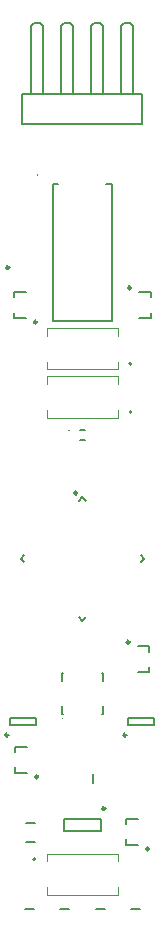
<source format=gbr>
%TF.GenerationSoftware,Altium Limited,Altium Designer,24.2.2 (26)*%
G04 Layer_Color=65535*
%FSLAX45Y45*%
%MOMM*%
%TF.SameCoordinates,505FE19A-96A0-4540-A324-069B6CBC3D10*%
%TF.FilePolarity,Positive*%
%TF.FileFunction,Legend,Top*%
%TF.Part,Single*%
G01*
G75*
%TA.AperFunction,NonConductor*%
%ADD63C,0.25000*%
%ADD64C,0.20000*%
%ADD65C,0.10000*%
%ADD66C,0.12700*%
D63*
X3855932Y6658614D02*
G03*
X3855932Y6658614I-12500J0D01*
G01*
X3272500Y4607500D02*
G03*
X3272500Y4607500I-12500J0D01*
G01*
X4092500Y3987500D02*
G03*
X4092500Y3987500I-12500J0D01*
G01*
X4272500Y4607500D02*
G03*
X4272500Y4607500I-12500J0D01*
G01*
X4310000Y8395000D02*
G03*
X4310000Y8395000I-12500J0D01*
G01*
X3280000Y8567490D02*
G03*
X3280000Y8567490I-12500J0D01*
G01*
X3515000Y8105000D02*
G03*
X3515000Y8105000I-12500J0D01*
G01*
X4465000Y3645000D02*
G03*
X4465000Y3645000I-12500J0D01*
G01*
X3525000Y4255000D02*
G03*
X3525000Y4255000I-12500J0D01*
G01*
X4300000Y5395000D02*
G03*
X4300000Y5395000I-12500J0D01*
G01*
D64*
X4296400Y7753000D02*
G03*
X4316400Y7753000I10000J0D01*
G01*
D02*
G03*
X4296400Y7753000I-10000J0D01*
G01*
X3520000Y9353400D02*
G03*
X3520000Y9353400I-1000J0D01*
G01*
X4296400Y7343000D02*
G03*
X4316400Y7343000I10000J0D01*
G01*
D02*
G03*
X4296400Y7343000I-10000J0D01*
G01*
X3483600Y3557000D02*
G03*
X3503600Y3557000I10000J0D01*
G01*
D02*
G03*
X3483600Y3557000I-10000J0D01*
G01*
X3786700Y7185560D02*
G03*
X3786700Y7185560I-1000J0D01*
G01*
X3376741Y6100000D02*
X3406793Y6069948D01*
X3376741Y6100000D02*
X3406793Y6130052D01*
X3869948Y5606793D02*
X3900000Y5576741D01*
X3930052Y5606793D01*
X4393207Y6069948D02*
X4423259Y6100000D01*
X4393207Y6130052D02*
X4423259Y6100000D01*
X3900000Y6623259D02*
X3930052Y6593207D01*
X3869948D02*
X3900000Y6623259D01*
X3652350Y8113340D02*
X4147650D01*
Y9271580D01*
X3652350Y8113340D02*
Y9271580D01*
X4103454D02*
X4147650D01*
X3652350D02*
X3696546D01*
X4255600Y10636100D02*
X4306400D01*
X4230200Y10610700D02*
X4255600Y10636100D01*
X4230200Y10039200D02*
Y10610700D01*
X4331800Y10039200D02*
Y10610700D01*
X4306400Y10636100D02*
X4331800Y10610700D01*
X4001600Y10636100D02*
X4052400D01*
X3976200Y10610700D02*
X4001600Y10636100D01*
X3976200Y10039200D02*
Y10610700D01*
X4077800Y10039200D02*
Y10610700D01*
X4052400Y10636100D02*
X4077800Y10610700D01*
X3747600Y10636100D02*
X3798400D01*
X3722200Y10610700D02*
X3747600Y10636100D01*
X3722200Y10039200D02*
Y10610700D01*
X3823800Y10039200D02*
Y10610700D01*
X3798400Y10636100D02*
X3823800Y10610700D01*
X3493600Y10636100D02*
X3544400D01*
X3468200Y10610700D02*
X3493600Y10636100D01*
X3468200Y10039200D02*
Y10610700D01*
X3569800Y10039200D02*
Y10610700D01*
X3544400Y10636100D02*
X3569800Y10610700D01*
X3392000Y9781200D02*
Y10035200D01*
Y9781200D02*
X4408000D01*
Y10035200D01*
X3392000D02*
X4408000D01*
X3425000Y3700000D02*
X3495000D01*
X3425000Y3860000D02*
X3495000D01*
X3290000Y4750000D02*
X3510000D01*
X3290000Y4690000D02*
X3510000D01*
Y4750000D01*
X3290000Y4690000D02*
Y4750000D01*
X3745000Y3800000D02*
X4055000D01*
X3745000Y3900000D02*
X4055000D01*
X3745000Y3800000D02*
Y3900000D01*
X4055000Y3800000D02*
Y3900000D01*
X3727500Y4787500D02*
X3735000D01*
X4065000D02*
X4072500D01*
X3727500Y5132500D02*
X3735000D01*
X4065000D02*
X4072500D01*
X3727500Y4787500D02*
Y4858000D01*
Y5062000D02*
Y5132500D01*
X4072500Y4787500D02*
Y4858000D01*
Y5062000D02*
Y5132500D01*
X4290000Y4690000D02*
Y4750000D01*
X4510000Y4690000D02*
Y4750000D01*
X4290000Y4690000D02*
X4510000D01*
X4290000Y4750000D02*
X4510000D01*
X4477500Y8140000D02*
Y8185000D01*
X4377500Y8140000D02*
X4477500D01*
Y8315000D02*
Y8360000D01*
X4377500D02*
X4477500D01*
X3322500Y8315000D02*
Y8360000D01*
X3422500D01*
X3322500Y8140000D02*
Y8185000D01*
Y8140000D02*
X3422500D01*
X4272500Y3855000D02*
Y3900000D01*
X4372500D01*
X4272500Y3680000D02*
Y3725000D01*
Y3680000D02*
X4372500D01*
X3332500Y4465000D02*
Y4510000D01*
X3432500D01*
X3332500Y4290000D02*
Y4335000D01*
Y4290000D02*
X3432500D01*
X4467500Y5140000D02*
Y5185000D01*
X4367500Y5140000D02*
X4467500D01*
Y5315000D02*
Y5360000D01*
X4367500D02*
X4467500D01*
X3988900Y4201900D02*
Y4278100D01*
X3411900Y3138900D02*
X3488100D01*
X3711900D02*
X3788100D01*
X4011900D02*
X4088100D01*
X4311900D02*
X4388100D01*
D65*
X3732500Y4747500D02*
G03*
X3732500Y4747500I-5000J0D01*
G01*
X3600000Y7705000D02*
Y7770000D01*
Y7705000D02*
X4200000D01*
Y7770000D01*
X3600000Y7990000D02*
Y8055000D01*
X4200000D01*
Y7990000D02*
Y8055000D01*
X3600000Y7295000D02*
Y7360000D01*
Y7295000D02*
X4200000D01*
Y7360000D01*
X3600000Y7580000D02*
Y7645000D01*
X4200000D01*
Y7580000D02*
Y7645000D01*
X3600000Y3255000D02*
Y3320000D01*
Y3255000D02*
X4200000D01*
Y3320000D01*
X3600000Y3540000D02*
Y3605000D01*
X4200000D01*
Y3540000D02*
Y3605000D01*
D66*
X3880000Y7110000D02*
X3920000D01*
X3880000Y7190000D02*
X3920000D01*
%TF.MD5,94ae39d017a2a2da140e2b44ad38e52e*%
M02*

</source>
